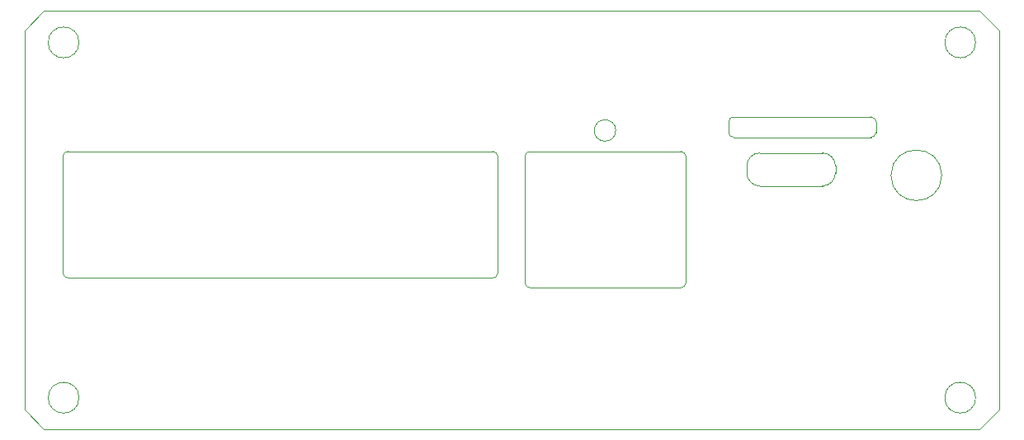
<source format=gm1>
G04 #@! TF.GenerationSoftware,KiCad,Pcbnew,5.1.5+dfsg1-2build2*
G04 #@! TF.CreationDate,2021-03-02T22:15:09+01:00*
G04 #@! TF.ProjectId,front,66726f6e-742e-46b6-9963-61645f706362,rev?*
G04 #@! TF.SameCoordinates,Original*
G04 #@! TF.FileFunction,Profile,NP*
%FSLAX46Y46*%
G04 Gerber Fmt 4.6, Leading zero omitted, Abs format (unit mm)*
G04 Created by KiCad (PCBNEW 5.1.5+dfsg1-2build2) date 2021-03-02 22:15:09*
%MOMM*%
%LPD*%
G04 APERTURE LIST*
%ADD10C,0.050000*%
G04 APERTURE END LIST*
D10*
X103950001Y-71950000D02*
G75*
G02X104450000Y-71450001I499999J0D01*
G01*
X104450000Y-84450000D02*
G75*
G02X103950000Y-83950000I0J500000D01*
G01*
X104450000Y-84450000D02*
X126950000Y-84450000D01*
X104450000Y-71450001D02*
X126950000Y-71450000D01*
X103950000Y-83950000D02*
X103950001Y-71950000D01*
X172750000Y-70000000D02*
G75*
G02X172250000Y-69500000I0J500000D01*
G01*
X172250001Y-68400000D02*
G75*
G02X172750000Y-67900001I499999J0D01*
G01*
X186850000Y-67900001D02*
G75*
G02X187349999Y-68400000I0J-499999D01*
G01*
X187349999Y-69500000D02*
G75*
G02X186850000Y-69999999I-499999J0D01*
G01*
X148050000Y-71450001D02*
G75*
G02X148549999Y-71950000I0J-499999D01*
G01*
X148549999Y-83950000D02*
G75*
G02X148050000Y-84449999I-499999J0D01*
G01*
X167350000Y-71450001D02*
G75*
G02X167849999Y-71950000I0J-499999D01*
G01*
X167849999Y-84950000D02*
G75*
G02X167350000Y-85449999I-499999J0D01*
G01*
X151350001Y-71950000D02*
G75*
G02X151850000Y-71450001I499999J0D01*
G01*
X151850000Y-85450000D02*
G75*
G02X151350000Y-84950000I0J500000D01*
G01*
X172250001Y-68400000D02*
X172250000Y-69500000D01*
X186850000Y-67900001D02*
X172750000Y-67900001D01*
X187350000Y-69500000D02*
X187349999Y-68400000D01*
X172750000Y-70000000D02*
X186850000Y-69999999D01*
X160650000Y-69300000D02*
G75*
G03X160650000Y-69300000I-1100000J0D01*
G01*
X194100000Y-73900000D02*
G75*
G03X194100000Y-73900000I-2600000J0D01*
G01*
X181850000Y-75000000D02*
X175450000Y-75000000D01*
X175450000Y-71600000D02*
X181850000Y-71600000D01*
X174100000Y-72950000D02*
G75*
G02X175450000Y-71600000I1350000J0D01*
G01*
X175450000Y-75000000D02*
G75*
G02X174100000Y-73650000I0J1350000D01*
G01*
X174100000Y-72950000D02*
X174100000Y-73650000D01*
X183200000Y-73650000D02*
G75*
G02X181850000Y-75000000I-1350000J0D01*
G01*
X181850000Y-71600000D02*
G75*
G02X183200000Y-72950000I0J-1350000D01*
G01*
X183200000Y-73650000D02*
X183200000Y-72950000D01*
X151350001Y-71950000D02*
X151350000Y-84950000D01*
X167350000Y-71450001D02*
X151850000Y-71450000D01*
X167850000Y-84950000D02*
X167849999Y-71950000D01*
X151850000Y-85450000D02*
X167350000Y-85449999D01*
X126950000Y-84450000D02*
X148050000Y-84450000D01*
X148550000Y-83950000D02*
X148550000Y-71950000D01*
X126950000Y-71450001D02*
X148050000Y-71450001D01*
X200000000Y-98000000D02*
X200000001Y-59000000D01*
X197581139Y-96750000D02*
G75*
G03X197581139Y-96750000I-1581139J0D01*
G01*
X105581140Y-60250000D02*
G75*
G03X105581140Y-60250000I-1581140J0D01*
G01*
X198000000Y-57000000D02*
X102000000Y-57000000D01*
X102000000Y-57000000D02*
X100000000Y-59000000D01*
X198000000Y-56999999D02*
X200000001Y-59000000D01*
X102000000Y-100000000D02*
X100000000Y-98000000D01*
X102000000Y-100000000D02*
X198000000Y-100000000D01*
X100000000Y-59000000D02*
X100000000Y-98000000D01*
X197581139Y-60250000D02*
G75*
G03X197581139Y-60250000I-1581139J0D01*
G01*
X105581139Y-96750000D02*
G75*
G03X105581139Y-96750000I-1581139J0D01*
G01*
X200000000Y-98000000D02*
X198000000Y-100000000D01*
M02*

</source>
